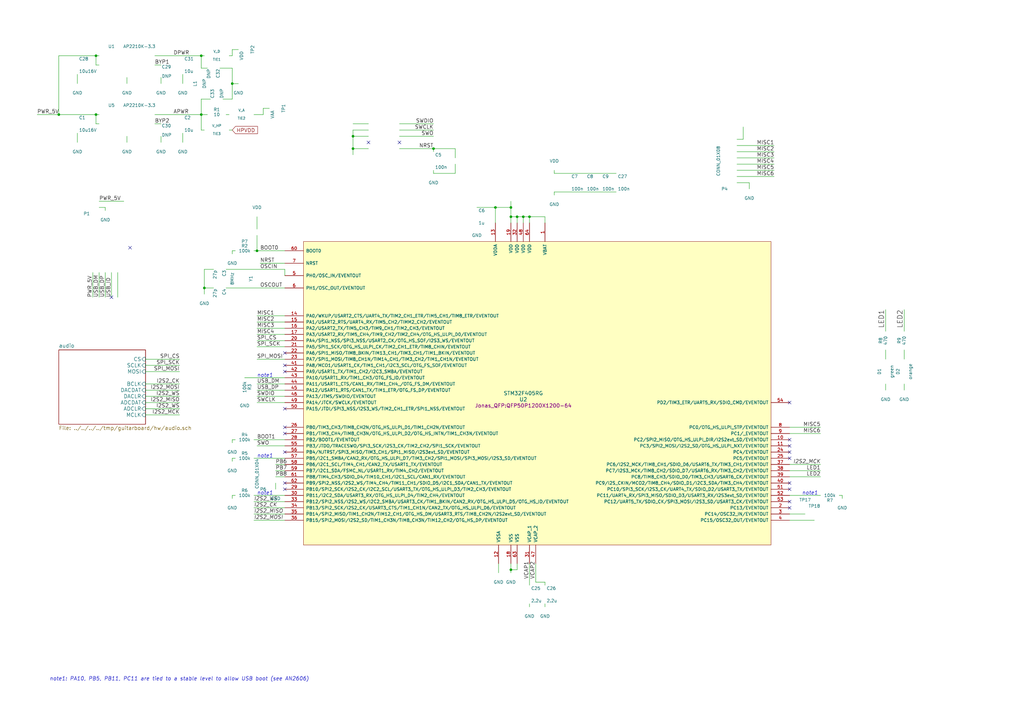
<source format=kicad_sch>
(kicad_sch (version 20230121) (generator eeschema)
  (paper "A3")
  (title_block (title "Cortex-M4 Guitar Board") (date "2016-08-12") (rev "C") (company "Jonas Norling - Elemental Instruments"))
  (lib_symbols
    (symbol "stm32:STM32F405RG" (pin_names (offset 1.016))
      (property "Reference" "U" (at 2.54 0 0))
      (property "Value" "STM32F405RG" (at 2.54 2.54 0))
      (property "Footprint" "TQFP64" (at 2.54 -2.54 0))
      (property "Datasheet" "http://www.st.com/internet/mcu/product/252142.jsp" (at 2.54 0 0))
      (symbol "STM32F405RG_0_1"
        (rectangle (start -87.63 -59.69) (end 104.14 64.77) (fill (type background)))
      )
      (symbol "STM32F405RG_1_1"
        (pin input line (at 11.43 72.39 270) (length 7.62) (name "VBAT") (number "1"))
        (pin input line (at 111.76 -16.51 180) (length 7.62) (name "PC2/SPI2_MISO/OTG_HS_ULPI_DIR/I2S2ext_SD/EVENTOUT") (number "10"))
        (pin input line (at 111.76 -19.05 180) (length 7.62) (name "PC3/SPI2_MOSI/I2S2_SD/OTG_HS_ULPI_NXT/EVENTOUT") (number "11"))
        (pin input line (at -7.62 -67.31 90) (length 7.62) (name "VSSA") (number "12"))
        (pin input line (at -8.89 72.39 270) (length 7.62) (name "VDDA") (number "13"))
        (pin input line (at -95.25 34.29 0) (length 7.62) (name "PA0/WKUP/USART2_CTS/UART4_TX/TIM2_CH1_ETR/TIM5_CH1/TIM8_ETR/EVENTOUT") (number "14"))
        (pin input line (at -95.25 31.75 0) (length 7.62) (name "PA1/USART2_RTS/UART4_RX/TIM5_CH2/TIMM2_CH2/EVENTOUT") (number "15"))
        (pin input line (at -95.25 29.21 0) (length 7.62) (name "PA2/USART2_TX/TIM5_CH3/TIM9_CH1/TIM2_CH3/EVENTOUT") (number "16"))
        (pin input line (at -95.25 26.67 0) (length 7.62) (name "PA3/USART2_RX/TIM5_CH4/TIM9_CH2/TIM2_CH4/OTG_HS_ULPI_D0/EVENTOUT") (number "17"))
        (pin input line (at -2.54 -67.31 90) (length 7.62) (name "VSS") (number "18"))
        (pin input line (at -2.54 72.39 270) (length 7.62) (name "VDD") (number "19"))
        (pin input line (at 111.76 -44.45 180) (length 7.62) (name "PC13/EVENTOUT") (number "2"))
        (pin input line (at -95.25 24.13 0) (length 7.62) (name "PA4/SPI1_NSS/SPI3_NSS/USART2_CK/OTG_HS_SOF/I2S3_WS/EVENTOUT") (number "20"))
        (pin input line (at -95.25 21.59 0) (length 7.62) (name "PA5/SPI1_SCK/OTG_HS_ULPI_CK/TIM2_CH1_ETR/TIM8_CHIN/EVENTOUT") (number "21"))
        (pin input line (at -95.25 19.05 0) (length 7.62) (name "PA6/SPI1_MISO/TIM8_BKIN/TIM13_CH1/TIM3_CH1/TIM1_BKIN/EVENTOUT") (number "22"))
        (pin input line (at -95.25 16.51 0) (length 7.62) (name "PA7/SPI1_MOSI/TIM8_CH1N/TIM14_CH1/TIM3_CH2/TIM1_CH1N/EVENTOUT") (number "23"))
        (pin input line (at 111.76 -21.59 180) (length 7.62) (name "PC4/EVENTOUT") (number "24"))
        (pin input line (at 111.76 -24.13 180) (length 7.62) (name "PC5/EVENTOUT") (number "25"))
        (pin input line (at -95.25 -11.43 0) (length 7.62) (name "PB0/TIM3_CH3/TIM8_CH2N/OTG_HS_ULPI_D1/TIM1_CH2N/EVENTOUT") (number "26"))
        (pin input line (at -95.25 -13.97 0) (length 7.62) (name "PB1/TIM3_CH4/TIM8_CH3N/OTG_HS_ULPI_D2/OTG_HS_INTN/TIM1_CH3N/EVENTOUT") (number "27"))
        (pin input line (at -95.25 -16.51 0) (length 7.62) (name "PB2/BOOT1/EVENTOUT") (number "28"))
        (pin input line (at -95.25 -36.83 0) (length 7.62) (name "PB10/SPI2_SCK/I2S2_CK/I2C2_SCL/USART3_TX/OTG_HS_ULPI_D3/TIM2_CH3/EVENTOUT") (number "29"))
        (pin input line (at 111.76 -46.99 180) (length 7.62) (name "PC14/OSC32_IN/EVENTOUT") (number "3"))
        (pin input line (at -95.25 -39.37 0) (length 7.62) (name "PB11/I2C2_SDA/USART3_RX/OTG_HS_ULPI_D4/TIM2_CH4/EVENTOUT") (number "30"))
        (pin input line (at 5.08 -67.31 90) (length 7.62) (name "VCAP_1") (number "31"))
        (pin input line (at 0 72.39 270) (length 7.62) (name "VDD") (number "32"))
        (pin input line (at -95.25 -41.91 0) (length 7.62) (name "PB12/SPI2_NSS/I2S2_WS/I2C2_SMBA/USART3_CK/TIM1_BKIN/CAN2_RX/OTG_HS_ULPI_D5/OTG_HS_ID/EVENTOUT") (number "33"))
        (pin input line (at -95.25 -44.45 0) (length 7.62) (name "PB13/SPI2_SCK/I2S2_CK/USART3_CTS/TIM1_CH1N/CAN2_TX/OTG_HS_ULPI_D6/EVENTOUT") (number "34"))
        (pin input line (at -95.25 -46.99 0) (length 7.62) (name "PB14/SPI2_MISO/TIM1_CH2N/TIM12_CH1/OTG_HS_DM/USART3_RTS/TIM8_CH2N/I2S2ext_SD/EVENTOUT") (number "35"))
        (pin input line (at -95.25 -49.53 0) (length 7.62) (name "PB15/SPI2_MOSI/I2S2_SD/TIM1_CH3N/TIM8_CH3N/TIM12_CH2/OTG_HS_DP/EVENTOUT") (number "36"))
        (pin input line (at 111.76 -26.67 180) (length 7.62) (name "PC6/I2S2_MCK/TIM8_CH1/SDIO_D6/USART6_TX/TIM3_CH1/EVENTOUT") (number "37"))
        (pin input line (at 111.76 -29.21 180) (length 7.62) (name "PC7/I2S3_MCK/TIM8_CH2/SDIO_D7/USART6_RX/TIM3_CH2/EVENTOUT") (number "38"))
        (pin input line (at 111.76 -31.75 180) (length 7.62) (name "PC8/TIM8_CH3/SDIO_D0/TIM3_CH3/USART6_CK/EVENTOUT") (number "39"))
        (pin input line (at 111.76 -49.53 180) (length 7.62) (name "PC15/OSC32_OUT/EVENTOUT") (number "4"))
        (pin input line (at 111.76 -34.29 180) (length 7.62) (name "PC9/I2S_CKIN/MCO2/TIM8_CH4/SDIO_D1/I2C3_SDA/TIM3_CH4/EVENTOUT") (number "40"))
        (pin input line (at -95.25 13.97 0) (length 7.62) (name "PA8/MCO1/USART1_CK/TIM1_CH1/I2C3_SCL/OTG_FS_SOF/EVENTOUT") (number "41"))
        (pin input line (at -95.25 11.43 0) (length 7.62) (name "PA9/USART1_TX/TIM1_CH2/I2C3_SMBA/EVENTOUT") (number "42"))
        (pin input line (at -95.25 8.89 0) (length 7.62) (name "PA10/USART1_RX/TIM1_CH3/OTG_FS_ID/EVENTOUT") (number "43"))
        (pin input line (at -95.25 6.35 0) (length 7.62) (name "PA11/USART1_CTS/CAN1_RX/TIM1_CH4_/OTG_FS_DM/EVENTOUT") (number "44"))
        (pin input line (at -95.25 3.81 0) (length 7.62) (name "PA12/USART1_RTS/CAN1_TX/TIM1_ETR/OTG_FS_DP/EVENTOUT") (number "45"))
        (pin input line (at -95.25 1.27 0) (length 7.62) (name "PA13/JTMS/SWDIO/EVENTOUT") (number "46"))
        (pin input line (at 7.62 -67.31 90) (length 7.62) (name "VCAP_2") (number "47"))
        (pin input line (at 2.54 72.39 270) (length 7.62) (name "VDD") (number "48"))
        (pin input line (at -95.25 -1.27 0) (length 7.62) (name "PA14/JTCK/SWCLK/EVENTOUT") (number "49"))
        (pin input line (at -95.25 50.8 0) (length 7.62) (name "PH0/OSC_IN/EVENTOUT") (number "5"))
        (pin input line (at -95.25 -3.81 0) (length 7.62) (name "PA15/JTDI/SPI3_NSS/I2S3_WS/TIM2_CH1_ETR/SPI1_NSS/EVENTOUT") (number "50"))
        (pin input line (at 111.76 -36.83 180) (length 7.62) (name "PC10/SPI3_SCK/I2S3_CK/UART4_TX/SDIO_D2/USART3_TX/EVENTOUT") (number "51"))
        (pin input line (at 111.76 -39.37 180) (length 7.62) (name "PC11/UART4_RX/SPI3_MISO/SDIO_D3/USART3_RX/I2S3ext_SD/EVENTOUT") (number "52"))
        (pin input line (at 111.76 -41.91 180) (length 7.62) (name "PC12/UART5_TX/SDIO_CK/SPI3_MOSI/I2S3_SD/USART3_CK/EVENTOUT") (number "53"))
        (pin input line (at 111.76 -1.27 180) (length 7.62) (name "PD2/TIM3_ETR/UART5_RX/SDIO_CMD/EVENTOUT") (number "54"))
        (pin input line (at -95.25 -19.05 0) (length 7.62) (name "PB3/JTDO/TRACESWO/SPI3_SCK/I2S3_CK/TIM2_CH2/SPI1_SCK/EVENTOUT") (number "55"))
        (pin input line (at -95.25 -21.59 0) (length 7.62) (name "PB4/NJTRST/SPI3_MISO/TIM3_CH1/SPI1_MISO/I2S3ext_SD/EVENTOUT") (number "56"))
        (pin input line (at -95.25 -24.13 0) (length 7.62) (name "PB5/I2C1_SMBA/CAN2_RX/OTG_HS_ULPI_D7/TIM3_CH2/SPI1_MOSI/SPI3_MOSI/I2S3_SD/EVENTOUT") (number "57"))
        (pin input line (at -95.25 -26.67 0) (length 7.62) (name "PB6/I2C1_SCL/TIM4_CH1/CAN2_TX/USART1_TX/EVENTOUT") (number "58"))
        (pin input line (at -95.25 -29.21 0) (length 7.62) (name "PB7/I2C1_SDA/FSMC_NL/USART1_RX/TIM4_CH2/EVENTOUT") (number "59"))
        (pin input line (at -95.25 45.72 0) (length 7.62) (name "PH1/OSC_OUT/EVENTOUT") (number "6"))
        (pin input line (at -95.25 60.96 0) (length 7.62) (name "BOOT0") (number "60"))
        (pin input line (at -95.25 -31.75 0) (length 7.62) (name "PB8/TIM4_CH3/SDIO_D4/TIM10_CH1/I2C1_SCL/CAN1_RX/EVENTOUT") (number "61"))
        (pin input line (at -95.25 -34.29 0) (length 7.62) (name "PB9/SPI2_NSS/I2S2_WS/TIM4_CH4/TIM11_CH1/SDIO_D5/I2C1_SDA/CAN1_TX/EVENTOUT") (number "62"))
        (pin input line (at 0 -67.31 90) (length 7.62) (name "VSS") (number "63"))
        (pin input line (at 5.08 72.39 270) (length 7.62) (name "VDD") (number "64"))
        (pin input line (at -95.25 55.88 0) (length 7.62) (name "NRST") (number "7"))
        (pin input line (at 111.76 -11.43 180) (length 7.62) (name "PC0/OTG_HS_ULPI_STP/EVENTOUT") (number "8"))
        (pin input line (at 111.76 -13.97 180) (length 7.62) (name "PC1/_EVENTOUT") (number "9"))
      )
    )
  )
  (junction (at 82.55 46.99))
  (junction (at 105.41 102.87))
  (junction (at 209.55 233.68))
  (junction (at 212.09 88.9))
  (junction (at 177.8 60.96))
  (junction (at 95.25 34.29))
  (junction (at 39.37 46.99))
  (junction (at 39.37 22.86))
  (junction (at 203.2 85.09))
  (junction (at 144.78 55.88))
  (junction (at 209.55 88.9))
  (junction (at 24.13 46.99))
  (junction (at 82.55 22.86))
  (junction (at 83.82 118.11))
  (junction (at 214.63 88.9))
  (junction (at 144.78 60.96))
  (junction (at 217.17 88.9))
  (junction (at 209.55 85.09))
  (no_connect (at 116.84 185.42))
  (no_connect (at 323.85 200.66))
  (no_connect (at 323.85 208.28))
  (no_connect (at 323.85 165.1))
  (no_connect (at 116.84 152.4))
  (no_connect (at 151.13 58.42))
  (no_connect (at 116.84 198.12))
  (no_connect (at 45.72 121.92))
  (no_connect (at 163.83 58.42))
  (no_connect (at 116.84 149.86))
  (no_connect (at 323.85 205.74))
  (no_connect (at 116.84 167.64))
  (no_connect (at 323.85 185.42))
  (no_connect (at 116.84 144.78))
  (no_connect (at 53.34 101.6))
  (no_connect (at 323.85 180.34))
  (no_connect (at 116.84 200.66))
  (no_connect (at 116.84 175.26))
  (no_connect (at 323.85 187.96))
  (no_connect (at 116.84 177.8))
  (no_connect (at 323.85 198.12))
  (no_connect (at 323.85 182.88))
  (wire (pts (xy 24.13 46.99) (xy 39.37 46.99)))
  (wire (pts (xy 223.52 238.76) (xy 223.52 240.03)))
  (wire (pts (xy 63.5 46.99) (xy 82.55 46.99)))
  (wire (pts (xy 107.95 44.45) (xy 107.95 46.99)))
  (wire (pts (xy 110.49 44.45) (xy 107.95 44.45)))
  (wire (pts (xy 86.36 40.64) (xy 82.55 40.64)))
  (wire (pts (xy 116.84 205.74) (xy 104.14 205.74)))
  (wire (pts (xy 212.09 233.68) (xy 209.55 233.68)))
  (wire (pts (xy 323.85 190.5) (xy 336.55 190.5)))
  (wire (pts (xy 93.98 46.99) (xy 92.71 46.99)))
  (wire (pts (xy 116.84 190.5) (xy 113.03 190.5)))
  (wire (pts (xy 116.84 129.54) (xy 105.41 129.54)))
  (wire (pts (xy 59.69 149.86) (xy 73.66 149.86)))
  (wire (pts (xy 323.85 210.82) (xy 330.2 210.82)))
  (wire (pts (xy 59.69 147.32) (xy 73.66 147.32)))
  (wire (pts (xy 116.84 162.56) (xy 105.41 162.56)))
  (wire (pts (xy 217.17 88.9) (xy 217.17 91.44)))
  (wire (pts (xy 82.55 22.86) (xy 82.55 27.94)))
  (wire (pts (xy 163.83 55.88) (xy 177.8 55.88)))
  (wire (pts (xy 177.8 60.96) (xy 177.8 62.23)))
  (wire (pts (xy 209.55 231.14) (xy 209.55 233.68)))
  (wire (pts (xy 227.33 69.85) (xy 227.33 71.12)))
  (wire (pts (xy 116.84 213.36) (xy 104.14 213.36)))
  (wire (pts (xy 63.5 26.67) (xy 66.04 26.67)))
  (wire (pts (xy 302.26 59.69) (xy 317.5 59.69)))
  (wire (pts (xy 304.8 57.15) (xy 304.8 52.07)))
  (wire (pts (xy 344.17 203.2) (xy 345.44 203.2)))
  (wire (pts (xy 203.2 85.09) (xy 209.55 85.09)))
  (wire (pts (xy 223.52 88.9) (xy 223.52 91.44)))
  (wire (pts (xy 144.78 55.88) (xy 144.78 60.96)))
  (wire (pts (xy 219.71 231.14) (xy 219.71 238.76)))
  (wire (pts (xy 74.93 54.61) (xy 74.93 58.42)))
  (wire (pts (xy 95.25 180.34) (xy 95.25 181.61)))
  (wire (pts (xy 45.72 111.76) (xy 45.72 121.92)))
  (wire (pts (xy 82.55 40.64) (xy 82.55 46.99)))
  (wire (pts (xy 209.55 85.09) (xy 209.55 88.9)))
  (wire (pts (xy 144.78 60.96) (xy 151.13 60.96)))
  (wire (pts (xy 177.8 71.12) (xy 177.8 69.85)))
  (wire (pts (xy 116.84 134.62) (xy 105.41 134.62)))
  (wire (pts (xy 209.55 233.68) (xy 209.55 234.95)))
  (wire (pts (xy 302.26 64.77) (xy 317.5 64.77)))
  (wire (pts (xy 144.78 53.34) (xy 144.78 55.88)))
  (wire (pts (xy 82.55 22.86) (xy 83.82 22.86)))
  (wire (pts (xy 39.37 46.99) (xy 40.64 46.99)))
  (wire (pts (xy 323.85 175.26) (xy 336.55 175.26)))
  (wire (pts (xy 92.71 110.49) (xy 116.84 110.49)))
  (wire (pts (xy 59.69 170.18) (xy 73.66 170.18)))
  (wire (pts (xy 212.09 91.44) (xy 212.09 88.9)))
  (wire (pts (xy 104.14 102.87) (xy 105.41 102.87)))
  (wire (pts (xy 323.85 195.58) (xy 336.55 195.58)))
  (wire (pts (xy 95.25 27.94) (xy 95.25 34.29)))
  (wire (pts (xy 95.25 20.32) (xy 95.25 22.86)))
  (wire (pts (xy 302.26 62.23) (xy 317.5 62.23)))
  (wire (pts (xy 163.83 53.34) (xy 177.8 53.34)))
  (wire (pts (xy 186.69 60.96) (xy 186.69 64.77)))
  (wire (pts (xy 104.14 180.34) (xy 116.84 180.34)))
  (wire (pts (xy 223.52 247.65) (xy 223.52 248.92)))
  (wire (pts (xy 39.37 50.8) (xy 39.37 46.99)))
  (wire (pts (xy 116.84 210.82) (xy 104.14 210.82)))
  (wire (pts (xy 105.41 160.02) (xy 116.84 160.02)))
  (wire (pts (xy 90.17 27.94) (xy 95.25 27.94)))
  (wire (pts (xy 203.2 85.09) (xy 203.2 91.44)))
  (wire (pts (xy 336.55 203.2) (xy 323.85 203.2)))
  (wire (pts (xy 40.64 85.09) (xy 43.18 85.09)))
  (wire (pts (xy 163.83 60.96) (xy 177.8 60.96)))
  (wire (pts (xy 104.14 203.2) (xy 116.84 203.2)))
  (wire (pts (xy 116.84 137.16) (xy 105.41 137.16)))
  (wire (pts (xy 74.93 30.48) (xy 74.93 34.29)))
  (wire (pts (xy 104.14 46.99) (xy 107.95 46.99)))
  (wire (pts (xy 186.69 67.31) (xy 186.69 71.12)))
  (wire (pts (xy 302.26 57.15) (xy 304.8 57.15)))
  (wire (pts (xy 163.83 50.8) (xy 177.8 50.8)))
  (wire (pts (xy 31.75 54.61) (xy 31.75 58.42)))
  (wire (pts (xy 15.24 46.99) (xy 24.13 46.99)))
  (wire (pts (xy 363.22 135.89) (xy 363.22 127)))
  (wire (pts (xy 48.26 121.92) (xy 48.26 111.76)))
  (wire (pts (xy 83.82 110.49) (xy 87.63 110.49)))
  (wire (pts (xy 227.33 78.74) (xy 252.73 78.74)))
  (wire (pts (xy 59.69 167.64) (xy 73.66 167.64)))
  (wire (pts (xy 95.25 187.96) (xy 95.25 189.23)))
  (wire (pts (xy 24.13 22.86) (xy 39.37 22.86)))
  (wire (pts (xy 43.18 85.09) (xy 43.18 86.36)))
  (wire (pts (xy 105.41 102.87) (xy 116.84 102.87)))
  (wire (pts (xy 195.58 85.09) (xy 203.2 85.09)))
  (wire (pts (xy 95.25 34.29) (xy 95.25 40.64)))
  (wire (pts (xy 116.84 107.95) (xy 106.68 107.95)))
  (wire (pts (xy 151.13 50.8) (xy 144.78 50.8)))
  (wire (pts (xy 370.84 135.89) (xy 370.84 127)))
  (wire (pts (xy 96.52 102.87) (xy 95.25 102.87)))
  (wire (pts (xy 177.8 60.96) (xy 186.69 60.96)))
  (wire (pts (xy 209.55 88.9) (xy 212.09 88.9)))
  (wire (pts (xy 104.14 187.96) (xy 116.84 187.96)))
  (wire (pts (xy 63.5 50.8) (xy 66.04 50.8)))
  (wire (pts (xy 323.85 193.04) (xy 336.55 193.04)))
  (wire (pts (xy 116.84 195.58) (xy 113.03 195.58)))
  (wire (pts (xy 59.69 152.4) (xy 73.66 152.4)))
  (wire (pts (xy 52.07 58.42) (xy 52.07 55.88)))
  (wire (pts (xy 24.13 46.99) (xy 24.13 22.86)))
  (wire (pts (xy 105.41 88.9) (xy 105.41 93.98)))
  (wire (pts (xy 363.22 157.48) (xy 363.22 160.02)))
  (wire (pts (xy 212.09 88.9) (xy 214.63 88.9)))
  (wire (pts (xy 66.04 34.29) (xy 66.04 31.75)))
  (wire (pts (xy 87.63 118.11) (xy 83.82 118.11)))
  (wire (pts (xy 116.84 139.7) (xy 105.41 139.7)))
  (wire (pts (xy 307.34 74.93) (xy 307.34 77.47)))
  (wire (pts (xy 302.26 72.39) (xy 317.5 72.39)))
  (wire (pts (xy 113.03 198.12) (xy 113.03 200.66)))
  (wire (pts (xy 345.44 203.2) (xy 345.44 204.47)))
  (wire (pts (xy 227.33 78.74) (xy 227.33 80.01)))
  (wire (pts (xy 82.55 46.99) (xy 85.09 46.99)))
  (wire (pts (xy 38.1 111.76) (xy 38.1 121.92)))
  (wire (pts (xy 82.55 46.99) (xy 82.55 53.34)))
  (wire (pts (xy 59.69 157.48) (xy 73.66 157.48)))
  (wire (pts (xy 92.71 118.11) (xy 116.84 118.11)))
  (wire (pts (xy 209.55 82.55) (xy 209.55 85.09)))
  (wire (pts (xy 370.84 143.51) (xy 370.84 147.32)))
  (wire (pts (xy 217.17 231.14) (xy 217.17 240.03)))
  (wire (pts (xy 116.84 157.48) (xy 105.41 157.48)))
  (wire (pts (xy 105.41 147.32) (xy 116.84 147.32)))
  (wire (pts (xy 39.37 22.86) (xy 40.64 22.86)))
  (wire (pts (xy 95.25 102.87) (xy 95.25 104.14)))
  (wire (pts (xy 40.64 50.8) (xy 39.37 50.8)))
  (wire (pts (xy 96.52 187.96) (xy 95.25 187.96)))
  (wire (pts (xy 113.03 193.04) (xy 116.84 193.04)))
  (wire (pts (xy 323.85 177.8) (xy 336.55 177.8)))
  (wire (pts (xy 97.79 34.29) (xy 95.25 34.29)))
  (wire (pts (xy 116.84 208.28) (xy 104.14 208.28)))
  (wire (pts (xy 83.82 110.49) (xy 83.82 118.11)))
  (wire (pts (xy 116.84 142.24) (xy 105.41 142.24)))
  (wire (pts (xy 116.84 132.08) (xy 105.41 132.08)))
  (wire (pts (xy 43.18 111.76) (xy 43.18 121.92)))
  (wire (pts (xy 52.07 34.29) (xy 52.07 31.75)))
  (wire (pts (xy 144.78 60.96) (xy 144.78 63.5)))
  (wire (pts (xy 151.13 55.88) (xy 144.78 55.88)))
  (wire (pts (xy 212.09 231.14) (xy 212.09 233.68)))
  (wire (pts (xy 217.17 247.65) (xy 217.17 248.92)))
  (wire (pts (xy 302.26 74.93) (xy 307.34 74.93)))
  (wire (pts (xy 40.64 111.76) (xy 40.64 121.92)))
  (wire (pts (xy 97.79 20.32) (xy 95.25 20.32)))
  (wire (pts (xy 116.84 110.49) (xy 116.84 113.03)))
  (wire (pts (xy 95.25 203.2) (xy 95.25 204.47)))
  (wire (pts (xy 217.17 88.9) (xy 223.52 88.9)))
  (wire (pts (xy 219.71 238.76) (xy 223.52 238.76)))
  (wire (pts (xy 96.52 180.34) (xy 95.25 180.34)))
  (wire (pts (xy 214.63 91.44) (xy 214.63 88.9)))
  (wire (pts (xy 323.85 213.36) (xy 334.01 213.36)))
  (wire (pts (xy 214.63 88.9) (xy 217.17 88.9)))
  (wire (pts (xy 302.26 67.31) (xy 317.5 67.31)))
  (wire (pts (xy 105.41 96.52) (xy 105.41 102.87)))
  (wire (pts (xy 302.26 69.85) (xy 317.5 69.85)))
  (wire (pts (xy 116.84 182.88) (xy 105.41 182.88)))
  (wire (pts (xy 105.41 165.1) (xy 116.84 165.1)))
  (wire (pts (xy 59.69 162.56) (xy 73.66 162.56)))
  (wire (pts (xy 40.64 26.67) (xy 39.37 26.67)))
  (wire (pts (xy 82.55 53.34) (xy 83.82 53.34)))
  (wire (pts (xy 95.25 40.64) (xy 91.44 40.64)))
  (wire (pts (xy 227.33 71.12) (xy 252.73 71.12)))
  (wire (pts (xy 63.5 22.86) (xy 82.55 22.86)))
  (wire (pts (xy 95.25 53.34) (xy 93.98 53.34)))
  (wire (pts (xy 96.52 203.2) (xy 95.25 203.2)))
  (wire (pts (xy 82.55 27.94) (xy 85.09 27.94)))
  (wire (pts (xy 66.04 58.42) (xy 66.04 55.88)))
  (wire (pts (xy 186.69 71.12) (xy 177.8 71.12)))
  (wire (pts (xy 144.78 53.34) (xy 151.13 53.34)))
  (wire (pts (xy 59.69 160.02) (xy 73.66 160.02)))
  (wire (pts (xy 39.37 26.67) (xy 39.37 22.86)))
  (wire (pts (xy 95.25 22.86) (xy 93.98 22.86)))
  (wire (pts (xy 59.69 165.1) (xy 73.66 165.1)))
  (wire (pts (xy 204.47 234.95) (xy 204.47 231.14)))
  (wire (pts (xy 363.22 143.51) (xy 363.22 147.32)))
  (wire (pts (xy 83.82 118.11) (xy 83.82 120.65)))
  (wire (pts (xy 370.84 157.48) (xy 370.84 160.02)))
  (wire (pts (xy 40.64 82.55) (xy 50.8 82.55)))
  (wire (pts (xy 31.75 30.48) (xy 31.75 34.29)))
  (wire (pts (xy 100.33 154.94) (xy 116.84 154.94)))
  (wire (pts (xy 209.55 88.9) (xy 209.55 91.44)))
  (text "note1" (at 105.41 203.2 0) (effects (font (size 1.524 1.524) italic) (justify left bottom)))
  (text "note1" (at 105.41 154.94 0) (effects (font (size 1.524 1.524) italic) (justify left bottom)))
  (text "note1" (at 105.41 187.96 0) (effects (font (size 1.524 1.524) italic) (justify left bottom)))
  (text "note1: PA10, PB5, PB11, PC11 are tied to a stable level to allow USB boot (see AN2606)" (at 20.32 279.4 0) (effects (font (size 1.524 1.524) italic) (justify left bottom)))
  (text "note1" (at 328.93 203.2 0) (effects (font (size 1.524 1.524) italic) (justify left bottom)))
  (label "USB_DP" (at 105.41 160.02 0) (effects (font (size 1.524 1.524))))
  (label "SWDIO" (at 177.8 50.8 180) (effects (font (size 1.524 1.524))))
  (label "SPI_SCK" (at 105.41 142.24 0) (effects (font (size 1.524 1.524))))
  (label "MISC3" (at 105.41 134.62 0) (effects (font (size 1.524 1.524))))
  (label "SWO" (at 177.8 55.88 180) (effects (font (size 1.524 1.524))))
  (label "LED2" (at 370.84 127 270) (effects (font (size 2.0066 2.0066))))
  (label "MISC2" (at 317.5 62.23 180) (effects (font (size 1.524 1.524))))
  (label "USB_DM" (at 40.64 121.92 90) (effects (font (size 1.524 1.524))))
  (label "VCAP2" (at 219.71 237.49 90) (effects (font (size 1.524 1.524))))
  (label "NRST" (at 177.8 60.96 180) (effects (font (size 1.524 1.524))))
  (label "LED1" (at 363.22 127 270) (effects (font (size 2.0066 2.0066))))
  (label "I2S2_CK" (at 104.14 208.28 0) (effects (font (size 1.524 1.524) italic)))
  (label "I2S2_MCK" (at 73.66 170.18 180) (effects (font (size 1.524 1.524))))
  (label "LED2" (at 336.55 195.58 180) (effects (font (size 1.524 1.524))))
  (label "USB_ID" (at 45.72 121.92 90) (effects (font (size 1.524 1.524))))
  (label "MISC5" (at 336.55 175.26 180) (effects (font (size 1.524 1.524))))
  (label "MISC2" (at 105.41 132.08 0) (effects (font (size 1.524 1.524))))
  (label "SWO" (at 105.41 182.88 0) (effects (font (size 1.524 1.524))))
  (label "I2S2_CK" (at 73.66 157.48 180) (effects (font (size 1.524 1.524))))
  (label "BOOT0" (at 106.68 102.87 0) (effects (font (size 1.524 1.524))))
  (label "SPI_SCK" (at 73.66 149.86 180) (effects (font (size 1.524 1.524))))
  (label "SPI_CS" (at 105.41 139.7 0) (effects (font (size 1.524 1.524))))
  (label "I2S2_MOSI" (at 73.66 160.02 180) (effects (font (size 1.524 1.524))))
  (label "MISC1" (at 105.41 129.54 0) (effects (font (size 1.524 1.524))))
  (label "DPWR" (at 71.12 22.86 0) (effects (font (size 1.524 1.524))))
  (label "MISC4" (at 105.41 137.16 0) (effects (font (size 1.524 1.524))))
  (label "SWCLK" (at 177.8 53.34 180) (effects (font (size 1.524 1.524))))
  (label "I2S2_MISO" (at 73.66 165.1 180) (effects (font (size 1.524 1.524))))
  (label "MISC1" (at 317.5 59.69 180) (effects (font (size 1.524 1.524))))
  (label "MISC5" (at 317.5 69.85 180) (effects (font (size 1.524 1.524))))
  (label "PB6" (at 113.03 190.5 0) (effects (font (size 1.524 1.524))))
  (label "VCAP1" (at 217.17 237.49 90) (effects (font (size 1.524 1.524))))
  (label "SPI_CS" (at 73.66 147.32 180) (effects (font (size 1.524 1.524))))
  (label "APWR" (at 71.12 46.99 0) (effects (font (size 1.524 1.524))))
  (label "PB8" (at 113.03 195.58 0) (effects (font (size 1.524 1.524))))
  (label "PWR_5V" (at 40.64 82.55 0) (effects (font (size 1.524 1.524))))
  (label "SWCLK" (at 105.41 165.1 0) (effects (font (size 1.524 1.524))))
  (label "OSCIN" (at 106.68 110.49 0) (effects (font (size 1.524 1.524))))
  (label "MISC6" (at 336.55 177.8 180) (effects (font (size 1.524 1.524))))
  (label "SPI_MOSI" (at 105.41 147.32 0) (effects (font (size 1.524 1.524))))
  (label "I2S2_WS" (at 73.66 167.64 180) (effects (font (size 1.524 1.524))))
  (label "I2S2_MISO" (at 104.14 210.82 0) (effects (font (size 1.524 1.524) italic)))
  (label "NRST" (at 106.68 107.95 0) (effects (font (size 1.524 1.524))))
  (label "MISC3" (at 317.5 64.77 180) (effects (font (size 1.524 1.524))))
  (label "PWR_5V" (at 15.24 46.99 0) (effects (font (size 1.524 1.524))))
  (label "PB7" (at 113.03 193.04 0) (effects (font (size 1.524 1.524))))
  (label "BYP1" (at 63.5 26.67 0) (effects (font (size 1.524 1.524))))
  (label "I2S2_MCK" (at 336.55 190.5 180) (effects (font (size 1.524 1.524) italic)))
  (label "OSCOUT" (at 106.68 118.11 0) (effects (font (size 1.524 1.524))))
  (label "PWR_5V" (at 38.1 121.92 90) (effects (font (size 1.524 1.524))))
  (label "USB_DM" (at 105.41 157.48 0) (effects (font (size 1.524 1.524))))
  (label "I2S2_WS" (at 104.14 205.74 0) (effects (font (size 1.524 1.524) italic)))
  (label "SWDIO" (at 105.41 162.56 0) (effects (font (size 1.524 1.524))))
  (label "I2S2_MOSI" (at 104.14 213.36 0) (effects (font (size 1.524 1.524) italic)))
  (label "BOOT1" (at 105.41 180.34 0) (effects (font (size 1.524 1.524))))
  (label "BYP2" (at 63.5 50.8 0) (effects (font (size 1.524 1.524))))
  (label "LED1" (at 336.55 193.04 180) (effects (font (size 1.524 1.524))))
  (label "MISC4" (at 317.5 67.31 180) (effects (font (size 1.524 1.524))))
  (label "I2S2_WS" (at 73.66 162.56 180) (effects (font (size 1.524 1.524))))
  (label "MISC6" (at 317.5 72.39 180) (effects (font (size 1.524 1.524))))
  (label "SPI_MOSI" (at 73.66 152.4 180) (effects (font (size 1.524 1.524))))
  (label "USB_DP" (at 43.18 121.92 90) (effects (font (size 1.524 1.524))))
  (global_label "HPVDD" (shape input) (at 95.25 53.34 0) (effects (font (size 1.524 1.524))) (property "Intersheetrefs" "${INTERSHEET_REFS}" (effects hide)))
  (symbol (lib_id "USB_OTG") (at 43.18 104.14 0) (unit 1)
    (property "Reference" "P2" (at 51.435 107.315 0))
    (property "Value" "USB_OTG" (at 43.18 99.06 0))
    (property "Footprint" "Jonas_Connectors:USB_Micro_FCI" (effects hide))
  )
  (symbol (lib_id "GND") (at 48.26 121.92 0) (unit 1)
    (property "Reference" "#PWR01" (effects hide))
    (property "Value" "GND" (at 48.26 125.73 0))
  )
  (symbol (lib_id "GND") (at 209.55 234.95 0) (unit 1)
    (property "Reference" "#PWR02" (effects hide))
    (property "Value" "GND" (at 209.55 238.76 0))
  )
  (symbol (lib_id "VDD") (at 209.55 82.55 0) (unit 1)
    (property "Reference" "#PWR03" (effects hide))
    (property "Value" "VDD" (at 209.55 78.74 0))
  )
  (symbol (lib_id "CONN_01X02") (at 35.56 83.82 180) (unit 1)
    (property "Reference" "P1" (at 35.56 87.63 0))
    (property "Value" "CONN_01X02" (effects hide))
    (property "Footprint" "Pin_Headers:Pin_Header_Straight_1x02" (effects hide))
  )
  (symbol (lib_id "Crystal") (at 99.06 114.3 270) (unit 1)
    (property "Reference" "Y1" (at 102.87 114.3 0))
    (property "Value" "8MHz" (at 95.25 114.3 0))
    (property "Footprint" "Crystals:Crystal_HC49-SD_SMD" (effects hide))
  )
  (symbol (lib_id "C_Small") (at 90.17 110.49 270) (unit 1)
    (property "Reference" "C3" (at 91.948 110.744 0) (effects (justify left)))
    (property "Value" "27p" (at 88.138 110.744 0) (effects (justify left)))
    (property "Footprint" "Capacitors_SMD:C_0805_HandSoldering" (effects hide))
  )
  (symbol (lib_id "C_Small") (at 90.17 118.11 270) (unit 1)
    (property "Reference" "C4" (at 91.948 118.364 0) (effects (justify left)))
    (property "Value" "27p" (at 88.138 118.364 0) (effects (justify left)))
    (property "Footprint" "Capacitors_SMD:C_0805_HandSoldering" (effects hide))
  )
  (symbol (lib_id "GND") (at 83.82 120.65 0) (unit 1)
    (property "Reference" "#PWR04" (effects hide))
    (property "Value" "GND" (at 83.82 124.46 0))
  )
  (symbol (lib_id "stm32:STM32F405RG") (at 212.09 163.83 0) (unit 1)
    (property "Reference" "U2" (at 214.63 163.83 0) (effects (font (size 1.524 1.524))))
    (property "Value" "STM32F405RG" (at 214.63 161.29 0) (effects (font (size 1.524 1.524))))
    (property "Footprint" "Jonas_QFP:QFP50P1200X1200-64" (at 214.63 166.37 0) (effects (font (size 1.524 1.524))))
  )
  (symbol (lib_id "VDD") (at 95.25 22.86 270) (unit 1)
    (property "Reference" "#PWR05" (effects hide))
    (property "Value" "VDD" (at 99.06 22.86 0))
  )
  (symbol (lib_id "C") (at 31.75 50.8 0) (unit 1)
    (property "Reference" "C1" (at 32.385 48.26 0) (effects (justify left)))
    (property "Value" "10u16V" (at 32.385 53.34 0) (effects (justify left)))
    (property "Footprint" "Capacitors_SMD:C_0805_HandSoldering" (effects hide))
  )
  (symbol (lib_id "C") (at 74.93 50.8 0) (unit 1)
    (property "Reference" "C2" (at 75.565 48.26 0) (effects (justify left)))
    (property "Value" "10u" (at 75.565 53.34 0) (effects (justify left)))
    (property "Footprint" "Capacitors_SMD:C_0805_HandSoldering" (effects hide))
  )
  (symbol (lib_id "GND") (at 43.18 86.36 0) (unit 1)
    (property "Reference" "#PWR06" (effects hide))
    (property "Value" "GND" (at 43.18 90.17 0))
  )
  (symbol (lib_id "TST") (at 110.49 44.45 270) (unit 1)
    (property "Reference" "TP1" (at 115.57 44.45 0) (effects (justify bottom)))
    (property "Value" "TST" (effects hide))
    (property "Footprint" "Jonas_Connectors:TP_0.7mm" (effects hide))
  )
  (symbol (lib_id "R") (at 100.33 102.87 90) (unit 1)
    (property "Reference" "R2" (at 100.33 100.838 90))
    (property "Value" "100k" (at 100.33 102.87 90))
    (property "Footprint" "Resistors_SMD:R_0805_HandSoldering" (effects hide))
  )
  (symbol (lib_id "GND") (at 95.25 104.14 0) (unit 1)
    (property "Reference" "#PWR07" (effects hide))
    (property "Value" "GND" (at 95.25 107.95 0))
  )
  (symbol (lib_id "R") (at 100.33 180.34 90) (unit 1)
    (property "Reference" "R4" (at 100.33 178.308 90))
    (property "Value" "100k" (at 100.33 180.34 90))
    (property "Footprint" "Resistors_SMD:R_0805_HandSoldering" (effects hide))
  )
  (symbol (lib_id "GND") (at 95.25 181.61 0) (unit 1)
    (property "Reference" "#PWR08" (effects hide))
    (property "Value" "GND" (at 95.25 185.42 0))
  )
  (symbol (lib_id "R") (at 100.33 158.75 0) (unit 1)
    (property "Reference" "R3" (at 102.362 158.75 90))
    (property "Value" "100k" (at 100.33 158.75 90))
    (property "Footprint" "Resistors_SMD:R_0805_HandSoldering" (effects hide))
  )
  (symbol (lib_id "GND") (at 113.03 200.66 0) (unit 1)
    (property "Reference" "#PWR09" (effects hide))
    (property "Value" "GND" (at 113.03 204.47 0))
  )
  (symbol (lib_id "R") (at 100.33 203.2 90) (unit 1)
    (property "Reference" "R6" (at 100.33 201.168 90))
    (property "Value" "100k" (at 100.33 203.2 90))
    (property "Footprint" "Resistors_SMD:R_0805_HandSoldering" (effects hide))
  )
  (symbol (lib_id "GND") (at 95.25 204.47 0) (unit 1)
    (property "Reference" "#PWR010" (effects hide))
    (property "Value" "GND" (at 95.25 208.28 0))
  )
  (symbol (lib_id "R") (at 340.36 203.2 270) (unit 1)
    (property "Reference" "R7" (at 340.36 205.232 90))
    (property "Value" "100k" (at 340.36 203.2 90))
    (property "Footprint" "Resistors_SMD:R_0805_HandSoldering" (effects hide))
  )
  (symbol (lib_id "GND") (at 345.44 204.47 0) (unit 1)
    (property "Reference" "#PWR011" (effects hide))
    (property "Value" "GND" (at 345.44 208.28 0))
  )
  (symbol (lib_id "R") (at 100.33 187.96 90) (unit 1)
    (property "Reference" "R5" (at 100.33 185.928 90))
    (property "Value" "100k" (at 100.33 187.96 90))
    (property "Footprint" "Resistors_SMD:R_0805_HandSoldering" (effects hide))
  )
  (symbol (lib_id "GND") (at 95.25 189.23 0) (unit 1)
    (property "Reference" "#PWR012" (effects hide))
    (property "Value" "GND" (at 95.25 193.04 0))
  )
  (symbol (lib_id "CONN_02X05") (at 157.48 55.88 0) (unit 1)
    (property "Reference" "P3" (at 157.48 48.26 0))
    (property "Value" "CONN_02X05" (at 157.48 63.5 0))
    (property "Footprint" "Jonas_Connectors:Pin_Header_SMT_1.27_2x5" (effects hide))
  )
  (symbol (lib_id "C") (at 177.8 66.04 0) (unit 1)
    (property "Reference" "C5" (at 178.435 63.5 0) (effects (justify left)))
    (property "Value" "100n" (at 178.435 68.58 0) (effects (justify left)))
    (property "Footprint" "Capacitors_SMD:C_0805_HandSoldering" (effects hide))
  )
  (symbol (lib_id "GND") (at 177.8 71.12 0) (unit 1)
    (property "Reference" "#PWR013" (effects hide))
    (property "Value" "GND" (at 177.8 74.93 0))
  )
  (symbol (lib_id "VDD") (at 144.78 50.8 0) (unit 1)
    (property "Reference" "#PWR014" (effects hide))
    (property "Value" "VDD" (at 144.78 46.99 0))
  )
  (symbol (lib_id "GND") (at 144.78 63.5 0) (unit 1)
    (property "Reference" "#PWR015" (effects hide))
    (property "Value" "GND" (at 144.78 67.31 0))
  )
  (symbol (lib_id "VDD") (at 105.41 88.9 0) (unit 1)
    (property "Reference" "#PWR016" (effects hide))
    (property "Value" "VDD" (at 105.41 85.09 0))
  )
  (symbol (lib_id "C") (at 233.68 74.93 0) (unit 1)
    (property "Reference" "C7" (at 234.315 72.39 0) (effects (justify left)))
    (property "Value" "100n" (at 234.315 77.47 0) (effects (justify left)))
    (property "Footprint" "Capacitors_SMD:C_0805_HandSoldering" (effects hide))
  )
  (symbol (lib_id "C") (at 240.03 74.93 0) (unit 1)
    (property "Reference" "C8" (at 240.665 72.39 0) (effects (justify left)))
    (property "Value" "100n" (at 240.665 77.47 0) (effects (justify left)))
    (property "Footprint" "Capacitors_SMD:C_0805_HandSoldering" (effects hide))
  )
  (symbol (lib_id "C") (at 246.38 74.93 0) (unit 1)
    (property "Reference" "C9" (at 247.015 72.39 0) (effects (justify left)))
    (property "Value" "100n" (at 247.015 77.47 0) (effects (justify left)))
    (property "Footprint" "Capacitors_SMD:C_0805_HandSoldering" (effects hide))
  )
  (symbol (lib_id "C") (at 195.58 88.9 0) (unit 1)
    (property "Reference" "C6" (at 196.215 86.36 0) (effects (justify left)))
    (property "Value" "1u" (at 196.215 91.44 0) (effects (justify left)))
    (property "Footprint" "Capacitors_SMD:C_0805_HandSoldering" (effects hide))
  )
  (symbol (lib_id "VDD") (at 227.33 69.85 0) (unit 1)
    (property "Reference" "#PWR017" (effects hide))
    (property "Value" "VDD" (at 227.33 66.04 0))
  )
  (symbol (lib_id "GND") (at 227.33 80.01 0) (unit 1)
    (property "Reference" "#PWR018" (effects hide))
    (property "Value" "GND" (at 227.33 83.82 0))
  )
  (symbol (lib_id "R") (at 363.22 139.7 180) (unit 1)
    (property "Reference" "R8" (at 361.188 139.7 90))
    (property "Value" "470" (at 363.22 139.7 90))
    (property "Footprint" "Resistors_SMD:R_0805_HandSoldering" (effects hide))
  )
  (symbol (lib_id "GND") (at 363.22 160.02 0) (unit 1)
    (property "Reference" "#PWR019" (effects hide))
    (property "Value" "GND" (at 363.22 163.83 0))
  )
  (symbol (lib_id "R") (at 370.84 139.7 180) (unit 1)
    (property "Reference" "R9" (at 368.808 139.7 90))
    (property "Value" "470" (at 370.84 139.7 90))
    (property "Footprint" "Resistors_SMD:R_0805_HandSoldering" (effects hide))
  )
  (symbol (lib_id "GND") (at 370.84 160.02 0) (unit 1)
    (property "Reference" "#PWR020" (effects hide))
    (property "Value" "GND" (at 370.84 163.83 0))
  )
  (symbol (lib_id "GND") (at 307.34 77.47 0) (unit 1)
    (property "Reference" "#PWR021" (effects hide))
    (property "Value" "GND" (at 307.34 81.28 0))
  )
  (symbol (lib_id "VDD") (at 304.8 52.07 0) (unit 1)
    (property "Reference" "#PWR022" (effects hide))
    (property "Value" "VDD" (at 304.8 48.26 0))
  )
  (symbol (lib_id "CONN_01X08") (at 297.18 66.04 180) (unit 1)
    (property "Reference" "P4" (at 297.18 77.47 0))
    (property "Value" "CONN_01X08" (at 294.64 66.04 90))
    (property "Footprint" "Pin_Headers:Pin_Header_Angled_1x08" (effects hide))
  )
  (symbol (lib_id "LED") (at 370.84 152.4 90) (unit 1)
    (property "Reference" "D2" (at 368.3 152.4 0))
    (property "Value" "orange" (at 373.38 152.4 0))
    (property "Footprint" "Footprints:LED-3MM" (effects hide))
  )
  (symbol (lib_id "LED") (at 363.22 152.4 90) (unit 1)
    (property "Reference" "D1" (at 360.68 152.4 0))
    (property "Value" "green" (at 365.76 152.4 0))
    (property "Footprint" "Footprints:LED-3MM" (effects hide))
  )
  (symbol (lib_id "C") (at 217.17 243.84 0) (unit 1)
    (property "Reference" "C25" (at 217.805 241.3 0) (effects (justify left)))
    (property "Value" "2.2u" (at 217.805 246.38 0) (effects (justify left)))
    (property "Footprint" "Capacitors_SMD:C_0805_HandSoldering" (effects hide))
  )
  (symbol (lib_id "C") (at 223.52 243.84 0) (unit 1)
    (property "Reference" "C26" (at 224.155 241.3 0) (effects (justify left)))
    (property "Value" "2.2u" (at 224.155 246.38 0) (effects (justify left)))
    (property "Footprint" "Capacitors_SMD:C_0805_HandSoldering" (effects hide))
  )
  (symbol (lib_id "GND") (at 204.47 234.95 0) (unit 1)
    (property "Reference" "#PWR023" (effects hide))
    (property "Value" "GND" (at 204.47 238.76 0))
  )
  (symbol (lib_id "GND") (at 217.17 248.92 0) (unit 1)
    (property "Reference" "#PWR024" (effects hide))
    (property "Value" "GND" (at 217.17 252.73 0))
  )
  (symbol (lib_id "GND") (at 223.52 248.92 0) (unit 1)
    (property "Reference" "#PWR025" (effects hide))
    (property "Value" "GND" (at 223.52 252.73 0))
  )
  (symbol (lib_id "GND") (at 195.58 92.71 0) (unit 1)
    (property "Reference" "#PWR026" (effects hide))
    (property "Value" "GND" (at 195.58 96.52 0))
  )
  (symbol (lib_id "TEST") (at 99.06 46.99 180) (unit 1)
    (property "Reference" "TIE2" (at 99.06 48.514 0) (effects (font (size 1.016 1.016))))
    (property "Value" "V_A" (at 99.06 45.212 0) (effects (font (size 1.016 1.016))))
    (property "Footprint" "Jonas_Connectors:net_tie_0805" (effects hide))
  )
  (symbol (lib_id "VAA") (at 107.95 46.99 270) (unit 1)
    (property "Reference" "#PWR027" (effects hide))
    (property "Value" "VAA" (at 111.76 46.99 0))
  )
  (symbol (lib_id "TEST") (at 88.9 22.86 180) (unit 1)
    (property "Reference" "TIE1" (at 88.9 24.384 0) (effects (font (size 1.016 1.016))))
    (property "Value" "V_D" (at 88.9 21.082 0) (effects (font (size 1.016 1.016))))
    (property "Footprint" "Jonas_Connectors:net_tie_0805" (effects hide))
  )
  (symbol (lib_id "TEST") (at 88.9 53.34 180) (unit 1)
    (property "Reference" "TIE3" (at 88.9 54.864 0) (effects (font (size 1.016 1.016))))
    (property "Value" "V_HP" (at 88.9 51.562 0) (effects (font (size 1.016 1.016))))
    (property "Footprint" "Jonas_Connectors:net_tie_0805" (effects hide))
  )
  (symbol (lib_id "TST") (at 97.79 20.32 270) (unit 1)
    (property "Reference" "TP2" (at 102.87 20.32 0) (effects (justify bottom)))
    (property "Value" "TST" (effects hide))
    (property "Footprint" "Jonas_Connectors:TP_0.7mm" (effects hide))
  )
  (symbol (lib_id "C") (at 252.73 74.93 0) (unit 1)
    (property "Reference" "C27" (at 253.365 72.39 0) (effects (justify left)))
    (property "Value" "100n" (at 253.365 77.47 0) (effects (justify left)))
    (property "Footprint" "Capacitors_SMD:C_0805_HandSoldering" (effects hide))
  )
  (symbol (lib_id "CONN_01X04") (at 107.95 194.31 180) (unit 1)
    (property "Reference" "P6" (at 107.95 200.66 0))
    (property "Value" "CONN_01X04" (at 105.41 194.31 90))
    (property "Footprint" "Pin_Headers:Pin_Header_Angled_1x04" (effects hide))
  )
  (symbol (lib_id "GND") (at 100.33 162.56 0) (unit 1)
    (property "Reference" "#PWR028" (effects hide))
    (property "Value" "GND" (at 100.33 166.37 0))
  )
  (symbol (lib_id "TST") (at 330.2 210.82 0) (unit 1)
    (property "Reference" "TP17" (at 330.2 205.74 0) (effects (justify bottom)))
    (property "Value" "TST" (effects hide))
    (property "Footprint" "Jonas_Connectors:TP_0.7mm" (effects hide))
  )
  (symbol (lib_id "TST") (at 334.01 213.36 0) (unit 1)
    (property "Reference" "TP18" (at 334.01 208.28 0) (effects (justify bottom)))
    (property "Value" "TST" (effects hide))
    (property "Footprint" "Jonas_Connectors:TP_0.7mm" (effects hide))
  )
  (symbol (lib_id "LD3985M33R") (at 52.07 48.26 0) (unit 1)
    (property "Reference" "U5" (at 45.72 43.18 0))
    (property "Value" "AP2210K-3.3" (at 57.15 43.18 0))
    (property "Footprint" "Footprints:SOT-23-5_Handsoldering" (effects hide))
  )
  (symbol (lib_id "C_Small") (at 87.63 27.94 270) (unit 1)
    (property "Reference" "C32" (at 89.408 28.194 0) (effects (justify left)))
    (property "Value" "DNP" (at 85.598 28.194 0) (effects (justify left)))
    (property "Footprint" "Capacitors_SMD:C_0805" (effects hide))
  )
  (symbol (lib_id "C_Small") (at 88.9 40.64 90) (unit 1)
    (property "Reference" "C33" (at 87.122 40.386 0) (effects (justify left)))
    (property "Value" "DNP" (at 90.932 40.386 0) (effects (justify left)))
    (property "Footprint" "Capacitors_SMD:C_0805" (effects hide))
  )
  (symbol (lib_id "C_Small") (at 66.04 53.34 0) (unit 1)
    (property "Reference" "C30" (at 66.294 51.562 0) (effects (justify left)))
    (property "Value" "DNP" (at 66.294 55.372 0) (effects (justify left)))
    (property "Footprint" "Capacitors_SMD:C_0805" (effects hide))
  )
  (symbol (lib_id "INDUCTOR_SMALL") (at 82.55 34.29 90) (unit 1)
    (property "Reference" "L1" (at 80.01 34.29 0))
    (property "Value" "DNP" (at 83.82 34.29 0))
    (property "Footprint" "Capacitors_SMD:C_0805" (effects hide))
  )
  (symbol (lib_id "GND") (at 66.04 58.42 0) (unit 1)
    (property "Reference" "#PWR029" (effects hide))
    (property "Value" "GND" (at 66.04 62.23 0))
  )
  (symbol (lib_id "GND") (at 52.07 58.42 0) (unit 1)
    (property "Reference" "#PWR030" (effects hide))
    (property "Value" "GND" (at 52.07 62.23 0))
  )
  (symbol (lib_id "GND") (at 97.79 34.29 0) (unit 1)
    (property "Reference" "#PWR037" (effects hide))
    (property "Value" "GND" (at 97.79 38.1 0))
  )
  (symbol (lib_id "GND") (at 74.93 58.42 0) (unit 1)
    (property "Reference" "#PWR031" (effects hide))
    (property "Value" "GND" (at 74.93 62.23 0))
  )
  (symbol (lib_id "GND") (at 31.75 58.42 0) (unit 1)
    (property "Reference" "#PWR032" (effects hide))
    (property "Value" "GND" (at 31.75 62.23 0))
  )
  (symbol (lib_id "C") (at 31.75 26.67 0) (unit 1)
    (property "Reference" "C28" (at 32.385 24.13 0) (effects (justify left)))
    (property "Value" "10u16V" (at 32.385 29.21 0) (effects (justify left)))
    (property "Footprint" "Capacitors_SMD:C_0805_HandSoldering" (effects hide))
  )
  (symbol (lib_id "C") (at 74.93 26.67 0) (unit 1)
    (property "Reference" "C31" (at 75.565 24.13 0) (effects (justify left)))
    (property "Value" "10u" (at 75.565 29.21 0) (effects (justify left)))
    (property "Footprint" "Capacitors_SMD:C_0805_HandSoldering" (effects hide))
  )
  (symbol (lib_id "LD3985M33R") (at 52.07 24.13 0) (unit 1)
    (property "Reference" "U1" (at 45.72 19.05 0))
    (property "Value" "AP2210K-3.3" (at 57.15 19.05 0))
    (property "Footprint" "Footprints:SOT-23-5_Handsoldering" (effects hide))
  )
  (symbol (lib_id "C_Small") (at 66.04 29.21 0) (unit 1)
    (property "Reference" "C29" (at 66.294 27.432 0) (effects (justify left)))
    (property "Value" "DNP" (at 66.294 31.242 0) (effects (justify left)))
    (property "Footprint" "Capacitors_SMD:C_0805" (effects hide))
  )
  (symbol (lib_id "GND") (at 66.04 34.29 0) (unit 1)
    (property "Reference" "#PWR033" (effects hide))
    (property "Value" "GND" (at 66.04 38.1 0))
  )
  (symbol (lib_id "GND") (at 52.07 34.29 0) (unit 1)
    (property "Reference" "#PWR034" (effects hide))
    (property "Value" "GND" (at 52.07 38.1 0))
  )
  (symbol (lib_id "GND") (at 74.93 34.29 0) (unit 1)
    (property "Reference" "#PWR035" (effects hide))
    (property "Value" "GND" (at 74.93 38.1 0))
  )
  (symbol (lib_id "GND") (at 31.75 34.29 0) (unit 1)
    (property "Reference" "#PWR036" (effects hide))
    (property "Value" "GND" (at 31.75 38.1 0))
  )
  (symbol (lib_id "CONN_01X02") (at 100.33 95.25 180) (unit 1)
    (property "Reference" "P7" (at 100.33 99.06 0))
    (property "Value" "CONN_01X02" (effects hide))
    (property "Footprint" "Pin_Headers:Pin_Header_Straight_1x02" (effects hide))
  )
  (symbol (lib_id "CONN_01X02") (at 191.77 66.04 0) (unit 1)
    (property "Reference" "P8" (at 191.77 62.23 0))
    (property "Value" "CONN_01X02" (effects hide))
    (property "Footprint" "Pin_Headers:Pin_Header_Straight_1x02" (effects hide))
  )
  (symbol (lib_id "R") (at 88.9 46.99 90) (unit 1)
    (property "Reference" "R1" (at 88.9 44.958 90))
    (property "Value" "10" (at 88.9 46.99 90))
    (property "Footprint" "Resistors_SMD:R_0805_HandSoldering" (effects hide))
  )
  (sheet (at 24.13 143.51) (size 35.56 30.48)
    (property "Sheetname" "audio" (at 24.13 142.6714 0) (effects (font (size 1.524 1.524)) (justify left bottom)))
    (property "Sheetfile" "../../../../tmp/guitarboard/hw/audio.sch" (at 24.13 174.6762 0) (effects (font (size 1.524 1.524)) (justify left top)))
    (pin "CS" input (at 59.69 147.32 0) (effects (font (size 1.524 1.524))))
    (pin "SCLK" input (at 59.69 149.86 0) (effects (font (size 1.524 1.524))))
    (pin "MOSI" input (at 59.69 152.4 0) (effects (font (size 1.524 1.524))))
    (pin "BCLK" input (at 59.69 157.48 0) (effects (font (size 1.524 1.524))))
    (pin "DACDAT" input (at 59.69 160.02 0) (effects (font (size 1.524 1.524))))
    (pin "DACLR" input (at 59.69 162.56 0) (effects (font (size 1.524 1.524))))
    (pin "ADCDAT" input (at 59.69 165.1 0) (effects (font (size 1.524 1.524))))
    (pin "ADCLR" input (at 59.69 167.64 0) (effects (font (size 1.524 1.524))))
    (pin "MCLK" input (at 59.69 170.18 0) (effects (font (size 1.524 1.524))))
  )
)
</source>
